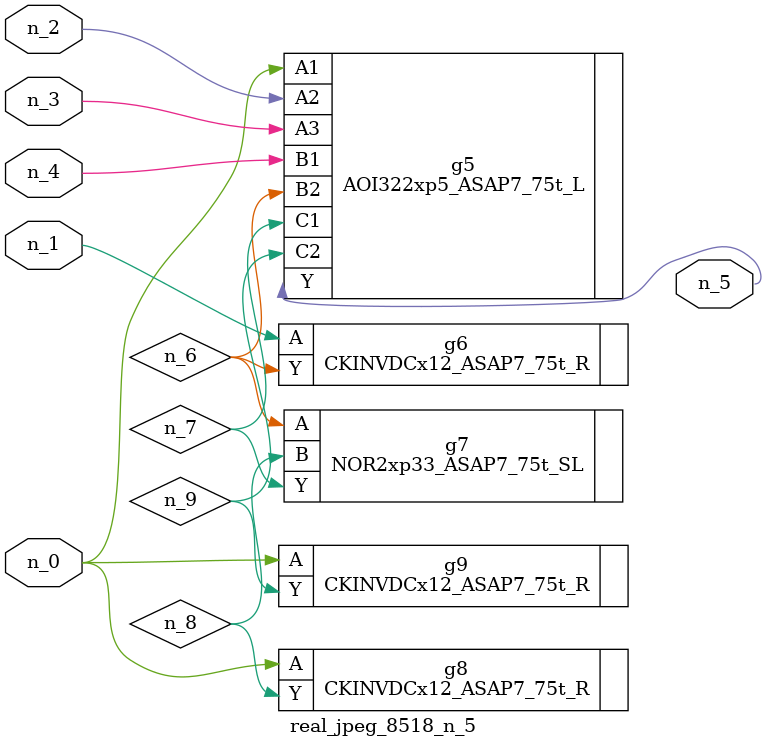
<source format=v>
module real_jpeg_8518_n_5 (n_4, n_0, n_1, n_2, n_3, n_5);

input n_4;
input n_0;
input n_1;
input n_2;
input n_3;

output n_5;

wire n_8;
wire n_6;
wire n_7;
wire n_9;

AOI322xp5_ASAP7_75t_L g5 ( 
.A1(n_0),
.A2(n_2),
.A3(n_3),
.B1(n_4),
.B2(n_6),
.C1(n_7),
.C2(n_9),
.Y(n_5)
);

CKINVDCx12_ASAP7_75t_R g8 ( 
.A(n_0),
.Y(n_8)
);

CKINVDCx12_ASAP7_75t_R g9 ( 
.A(n_0),
.Y(n_9)
);

CKINVDCx12_ASAP7_75t_R g6 ( 
.A(n_1),
.Y(n_6)
);

NOR2xp33_ASAP7_75t_SL g7 ( 
.A(n_6),
.B(n_8),
.Y(n_7)
);


endmodule
</source>
